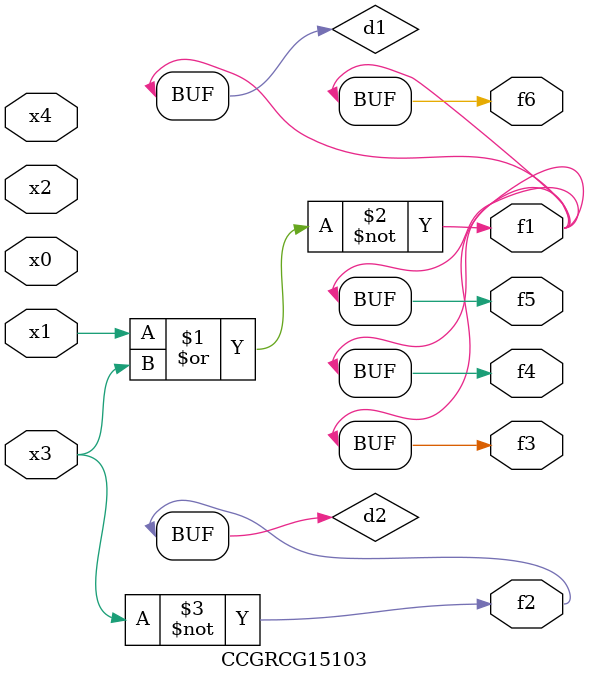
<source format=v>
module CCGRCG15103(
	input x0, x1, x2, x3, x4,
	output f1, f2, f3, f4, f5, f6
);

	wire d1, d2;

	nor (d1, x1, x3);
	not (d2, x3);
	assign f1 = d1;
	assign f2 = d2;
	assign f3 = d1;
	assign f4 = d1;
	assign f5 = d1;
	assign f6 = d1;
endmodule

</source>
